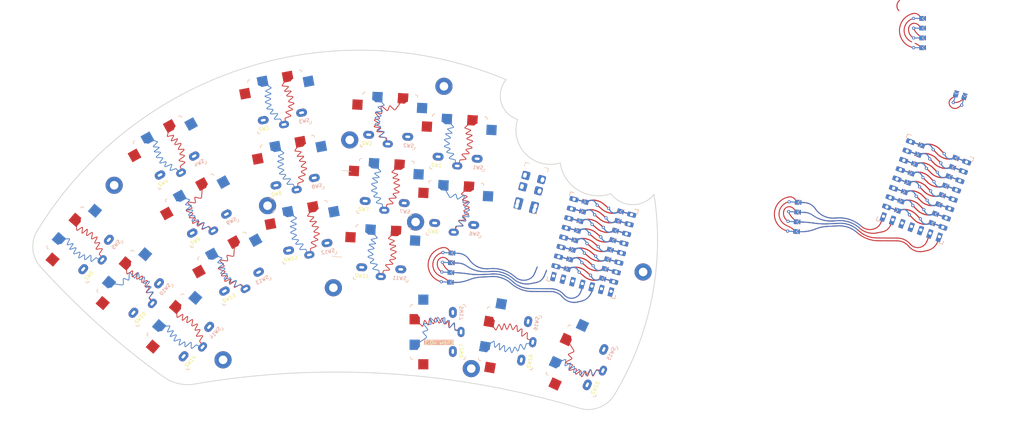
<source format=kicad_pcb>
(kicad_pcb (version 20240108) (generator "pcbnew") (generator_version "8.0")
  (layers (0 "F.Cu" signal) (31 "B.Cu" signal) (34 "B.Paste" user) (35 "F.Paste" user) (36 "B.SilkS" user "B.Silkscreen") (37 "F.SilkS" user "F.Silkscreen") (38 "B.Mask" user) (39 "F.Mask" user) (44 "Edge.Cuts" user))
  (net 0 "")
  (net 1 "gnd")
  (net 2 "vcc")
  (net 3 "Switch18")
  (net 4 "Switch1")
  (net 5 "Switch2")
  (net 6 "Switch3")
  (net 7 "Switch4")
  (net 8 "Switch5")
  (net 9 "Switch6")
  (net 10 "Switch7")
  (net 11 "Switch8")
  (net 12 "Switch9")
  (net 13 "Switch10")
  (net 14 "Switch11")
  (net 15 "Switch12")
  (net 16 "Switch13")
  (net 17 "Switch14")
  (net 18 "Switch15")
  (net 19 "Switch16")
  (net 20 "Switch17")
  (footprint "Kailh:TRRS-PJ-DPB2" (layer "F.Cu") (at 158.465857 81.856148 -15)
    (property "Reference" "J2" (hide yes))
    (property "Value" "AudioJack4dpb" (hide yes))
  )
  (footprint "* duckyb-collection:SW_PG1350_rev_DPB" (layer "F.Cu") (at 99.100143 98.965783 11)
    (property "Reference" "SW12" (hide yes))
    (property "Value" "SW_Push" (hide yes))
  )
  (footprint "BumWings_Library:RP2040-Zero" (layer "F.Cu") (at 160.943305 111.333056 -15)
    (property "Reference" "RZ1" (hide yes))
    (property "Value" "RP2040-Zero")
  )
  (footprint "clipboard:420c2a85-5b5b-48ff-b81a-8100f601aced" (layer "F.Cu") (at 136.136662 108.758541 -3)
    (property "Reference" "")
    (property "Value" "")
  )
  (footprint "clipboard:420c2a85-5b5b-48ff-b81a-8100f601aced" (layer "F.Cu") (at 267.221932 64.361015 72.5)
    (property "Reference" "" (hide yes))
    (property "Value" "" (hide yes))
  )
  (footprint "* duckyb-collection:SW_PG1350_rev_DPB" (layer "F.Cu") (at 137.472178 93.066994 -3)
    (property "Reference" "SW6" (hide yes))
    (property "Value" "SW_Push" (hide yes))
  )
  (footprint "* duckyb-collection:SW_PG1350_rev_DPB" (layer "F.Cu") (at 151.569968 126.121897 80)
    (property "Reference" "SW16" (hide yes))
    (property "Value" "SW_Push" (hide yes))
  )
  (footprint "" (layer "F.Cu") (at 141.65 133.9)
    (property "Reference" "")
    (property "Value" "")
  )
  (footprint "clipboard:420c2a85-5b5b-48ff-b81a-8100f601aced" (layer "F.Cu") (at 256.774207 48.701485)
    (property "Reference" "")
    (property "Value" "")
  )
  (footprint "clipboard:420c2a85-5b5b-48ff-b81a-8100f601aced" (layer "F.Cu") (at 136.398342 103.765393 -3)
    (property "Reference" "")
    (property "Value" "")
  )
  (footprint "BumWings_Library:RP2040-Zero" (layer "F.Cu") (at 245.24487 95.904725 -20)
    (property "Reference" "RZ1" (hide yes))
    (property "Value" "RP2040-Zero")
  )
  (footprint "* duckyb-collection:SW_PG1350_rev_DPB" (layer "F.Cu") (at 64.551096 78.563424 29)
    (property "Reference" "SW4" (hide yes))
    (property "Value" "SW_Push" (hide yes))
  )
  (footprint "* duckyb-collection:SW_PG1350_rev_DPB" (layer "F.Cu") (at 68.45181 124.480524 49)
    (property "Reference" "SW14" (hide yes))
    (property "Value" "SW_Push" (hide yes))
  )
  (footprint "" (layer "F.Cu") (at 50.3 86.95)
    (property "Reference" "")
    (property "Value" "")
  )
  (footprint "* duckyb-collection:SW_PG1350_rev_DPB" (layer "F.Cu") (at 72.792861 93.43196 29)
    (property "Reference" "SW9" (hide yes))
    (property "Value" "SW_Push" (hide yes))
  )
  (footprint "* duckyb-collection:SW_PG1350_rev_DPB" (layer "F.Cu") (at 120.595441 70.466826 -3)
    (property "Reference" "SW2" (hide yes))
    (property "Value" "SW_Push" (hide yes))
  )
  (footprint "" (layer "F.Cu") (at 134.65 61.6)
    (property "Reference" "")
    (property "Value" "")
  )
  (footprint "clipboard:420c2a85-5b5b-48ff-b81a-8100f601aced" (layer "F.Cu") (at 256.774207 51.201485)
    (property "Reference" "")
    (property "Value" "")
  )
  (footprint "* duckyb-collection:SW_PG1350_rev_DPB" (layer "F.Cu") (at 81.034624 108.300494 29)
    (property "Reference" "SW13" (hide yes))
    (property "Value" "SW_Push" (hide yes))
  )
  (footprint "clipboard:420c2a85-5b5b-48ff-b81a-8100f601aced" (layer "F.Cu") (at 224.571575 98.272064 -3)
    (property "Reference" "")
    (property "Value" "")
  )
  (footprint "clipboard:420c2a85-5b5b-48ff-b81a-8100f601aced" (layer "F.Cu") (at 136.005822 111.255115 -3)
    (property "Reference" "")
    (property "Value" "")
  )
  (footprint "clipboard:420c2a85-5b5b-48ff-b81a-8100f601aced" (layer "F.Cu") (at 224.702415 95.77549 -3)
    (property "Reference" "")
    (property "Value" "")
  )
  (footprint "clipboard:420c2a85-5b5b-48ff-b81a-8100f601aced" (layer "F.Cu") (at 256.774207 43.701485)
    (property "Reference" "")
    (property "Value" "")
  )
  (footprint "clipboard:420c2a85-5b5b-48ff-b81a-8100f601aced" (layer "F.Cu") (at 265.071259 63.699685 72.5)
    (property "Reference" "")
    (property "Value" "")
  )
  (footprint "clipboard:420c2a85-5b5b-48ff-b81a-8100f601aced" (layer "F.Cu") (at 224.833255 93.278916 -3)
    (property "Reference" "")
    (property "Value" "")
  )
  (footprint "" (layer "F.Cu") (at 185.6 109.15)
    (property "Reference" "")
    (property "Value" "")
  )
  (footprint "* duckyb-collection:SW_PG1350_rev_DPB" (layer "F.Cu") (at 169.979999 131.92572 65)
    (property "Reference" "SW15" (hide yes))
    (property "Value" "SW_Push" (hide yes))
  )
  (footprint "clipboard:420c2a85-5b5b-48ff-b81a-8100f601aced" (layer "F.Cu") (at 136.267502 106.261967 -3)
    (property "Reference" "")
    (property "Value" "")
  )
  (footprint "* duckyb-collection:SW_PG1350_rev_DPB" (layer "F.Cu") (at 42.791684 102.174519 49)
    (property "Reference" "SW5" (hide yes))
    (property "Value" "SW_Push" (hide yes))
  )
  (footprint "clipboard:420c2a85-5b5b-48ff-b81a-8100f601aced" (layer "F.Cu") (at 256.774207 46.201485)
    (property "Reference" "")
    (property "Value" "")
  )
  (footprint "" (layer "F.Cu") (at 78.15 131.65)
    (property "Reference" "")
    (property "Value" "")
  )
  (footprint "* duckyb-collection:SW_PG1350_rev_DPB" (layer "F.Cu") (at 119.705729 87.443528 -3)
    (property "Reference" "SW7" (hide yes))
    (property "Value" "SW_Push" (hide yes))
  )
  (footprint "* duckyb-collection:SW_PG1350_rev_DPB" (layer "F.Cu") (at 95.85639 82.27812 11)
    (property "Reference" "SW8" (hide yes))
    (property "Value" "SW_Push" (hide yes))
  )
  (footprint "* duckyb-collection:SW_PG1350_rev_DPB" (layer "F.Cu") (at 138.361889 76.090292 -3)
    (property "Reference" "SW1" (hide yes))
    (property "Value" "SW_Push" (hide yes))
  )
  (footprint "clipboard:420c2a85-5b5b-48ff-b81a-8100f601aced" (layer "F.Cu") (at 224.964095 90.782342 -3)
    (property "Reference" "")
    (property "Value" "")
  )
  (footprint "* duckyb-collection:SW_PG1350_rev_DPB" (layer "F.Cu") (at 92.612637 65.590458 11)
    (property "Reference" "SW3" (hide yes))
    (property "Value" "SW_Push" (hide yes))
  )
  (footprint "* duckyb-collection:SW_PG1350_rev_DPB" (layer "F.Cu") (at 55.621747 113.327521 49)
    (property "Reference" "SW10" (hide yes))
    (property "Value" "SW_Push" (hide yes))
  )
  (footprint "* duckyb-collection:SW_PG1350_rev_DPB" (layer "F.Cu") (at 133.12631 124.510908 90)
    (property "Reference" "SW17" (hide yes))
    (property "Value" "SW_Push" (hide yes))
  )
  (footprint "* duckyb-collection:SW_PG1350_rev_DPB" (layer "F.Cu") (at 118.816018 104.42023 -3)
    (property "Reference" "SW11" (hide yes))
    (property "Value" "SW_Push" (hide yes))
  )
  (footprint "kbd:Tenting_Puck2" (layer "F.Cu") (at 108.465045 94.259561 -6.3)
    (property "Reference" "REF**" (hide yes))
    (property "Value" "Tenting Puck" (hide yes))
  )
  (gr_arc (start 251.050001 42.25) (mid 250.534939 40.902243) (end 251.195685 39.619608) (stroke (width 0.25)) (layer "F.Cu"))
  (gr_arc (start 255.186207 50.609484) (mid 255.905528 50.964092) (end 256.536207 51.459484) (stroke (width 0.25)) (layer "F.Cu"))
  (gr_arc (start 254.486207 43.009484) (mid 255.774999 43.103607) (end 256.586207 44.109484) (stroke (width 0.25)) (layer "F.Cu"))
  (gr_arc (start 254.786207 49.209484) (mid 253.761184 48.159496) (end 253.536207 46.709484) (stroke (width 0.25)) (layer "F.Cu"))
  (gr_arc (start 254.286207 50.209484) (mid 252.386853 47.030371) (end 254.786207 44.209484) (stroke (width 0.25)) (layer "F.Cu"))
  (gr_arc (start 254.786207 51.709484) (mid 251.186487 47.47844) (end 254.486207 43.009484) (stroke (width 0.25)) (layer "F.Cu"))
  (gr_arc (start 254.786207 45.459484) (mid 255.887748 45.767327) (end 256.536207 46.709484) (stroke (width 0.25)) (layer "F.Cu"))
  (gr_arc (start 256.786207 48.959484) (mid 255.59999 48.000011) (end 254.786207 46.709484) (stroke (width 0.25)) (layer "F.Cu"))
  (gr_arc (start 253.536207 46.709484) (mid 253.950155 45.873432) (end 254.786207 45.459484) (stroke (width 0.25)) (layer "F.Cu"))
  (gr_arc (start 56.061848 113.796003) (mid 56.070033 113.68344) (end 56.120761 113.582627) (stroke (width 0.05)) (layer "F.SilkS"))
  (gr_arc (start 31.30133 107.655475) (mid 29.5 103.3) (end 30.55133 98.705475) (stroke (width 0.2)) (layer "Edge.Cuts"))
  (gr_arc (start 164.4 81.2) (mid 155.585268 78.954106) (end 153.5 70.1) (stroke (width 0.2)) (layer "Edge.Cuts"))
  (gr_arc (start 188.4 89.3) (mid 187.865898 115.699809) (end 178.4 140.35) (stroke (width 0.2)) (layer "Edge.Cuts"))
  (gr_arc (start 178.4 140.35) (mid 174.265819 143.881192) (end 168.828863 143.896452) (stroke (width 0.2)) (layer "Edge.Cuts"))
  (gr_arc (start 177.35 89.1) (mid 169.012354 88.203324) (end 164.4 81.2) (stroke (width 0.2)) (layer "Edge.Cuts"))
  (gr_arc (start 63.05 136.1) (mid 46.414613 122.727194) (end 31.30133 107.655475) (stroke (width 0.2)) (layer "Edge.Cuts"))
  (gr_arc (start 70.85 137.85) (mid 120.190135 135.190298) (end 168.828863 143.896452) (stroke (width 0.2)) (layer "Edge.Cuts"))
  (gr_arc (start 30.55133 98.705475) (mid 83.348043 57.029976) (end 150.55 59.9) (stroke (width 0.2)) (layer "Edge.Cuts"))
  (gr_arc (start 70.85 137.85) (mid 66.777871 137.742204) (end 63.05 136.1) (stroke (width 0.2)) (layer "Edge.Cuts"))
  (gr_arc (start 188.4 89.3) (mid 182.825911 91.912164) (end 177.35 89.1) (stroke (width 0.2)) (layer "Edge.Cuts"))
  (gr_arc (start 153.5 70.1) (mid 149.318606 65.782731) (end 150.55 59.9) (stroke (width 0.2)) (layer "Edge.Cuts"))
  (gr_text "chew v0.1" (at 133.33 127.82 0) (layer "B.SilkS" knockout) (effects (font (size 1 1)) (justify bottom mirror)))
  (gr_text "chew v0.1" (at 133.33 127.82 0) (layer "F.SilkS" knockout) (effects (font (size 1 1)) (justify bottom)))
  (segment (start 172.402417 114.317003) (end 172.843185 113.078757) (width 0.25) (layer "F.Cu") (net 0))
  (segment (start 265.479368 64.094686) (end 264.531605 64.673706) (width 0.25) (layer "F.Cu") (net 0))
  (segment (start 168.865154 116.839372) (end 169.825977 116.616096) (width 0.25) (layer "F.Cu") (net 0))
  (segment (start 140.713263 109.612681) (end 140.745598 109.617453) (width 0.25) (layer "F.Cu") (net 0))
  (segment (start 258.185561 101.326553) (end 259.02212 99.226975) (width 0.25) (layer "F.Cu") (net 0))
  (segment (start 225.308509 98.819964) (end 225.630629 98.835568) (width 0.25) (layer "F.Cu") (net 0))
  (segment (start 260.96817 101.333952) (end 261.408938 100.095706) (width 0.25) (layer "F.Cu") (net 0))
  (segment (start 235.37523 95.303604) (end 234.458286 95.352836) (width 0.25) (layer "F.Cu") (net 0))
  (segment (start 266.25403 67.000318) (end 267.108616 66.409763) (width 0.25) (layer "F.Cu") (net 0))
  (segment (start 157.270235 114.143711) (end 162.059004 114.163479) (width 0.25) (layer "F.Cu") (net 0))
  (segment (start 146.809477 108.286655) (end 145.892533 108.335887) (width 0.25) (layer "F.Cu") (net 0))
  (segment (start 235.700614 96.682282) (end 233.16079 96.815957) (width 0.25) (layer "F.Cu") (net 0))
  (segment (start 156.7793 113.416094) (end 162.068189 113.448409) (width 0.25) (layer "F.Cu") (net 0))
  (segment (start 147.134861 109.665333) (end 144.595037 109.799008) (width 0.25) (layer "F.Cu") (net 0))
  (segment (start 137.004436 106.809867) (end 138.338898 106.874423) (width 0.25) (layer "F.Cu") (net 0))
  (segment (start 234.099669 96.094) (end 235.561064 96.008619) (width 0.25) (layer "F.Cu") (net 0))
  (segment (start 225.701029 91.330242) (end 226.850476 91.383656) (width 0.25) (layer "F.Cu") (net 0))
  (segment (start 225.439349 96.32339) (end 226.521419 96.36909) (width 0.25) (layer "F.Cu") (net 0))
  (segment (start 136.873596 109.306441) (end 137.955666 109.352141) (width 0.25) (layer "F.Cu") (net 0))
  (segment (start 152.378655 111.731864) (end 151.942178 111.345214) (width 0.25) (layer "F.Cu") (net 0))
  (segment (start 240.944408 98.748813) (end 240.507931 98.362163) (width 0.25) (layer "F.Cu") (net 0))
  (segment (start 145.533916 109.077051) (end 146.995311 108.99167) (width 0.25) (layer "F.Cu") (net 0))
  (segment (start 140.715828 109.613398) (end 140.748163 109.61817) (width 0.25) (layer "F.Cu") (net 0))
  (segment (start 137.135276 104.313293) (end 138.284723 104.366707) (width 0.25) (layer "F.Cu") (net 0))
  (segment (start 232.77235 97.474244) (end 235.450512 97.334086) (width 0.25) (layer "F.Cu") (net 0))
  (segment (start 246.417769 96.531071) (end 247.088023 94.883319) (width 0.25) (layer "F.Cu") (net 0))
  (segment (start 245.835988 101.16066) (end 250.624757 101.180428) (width 0.25) (layer "F.Cu") (net 0))
  (segment (start 248.877182 97.187431) (end 249.474843 95.75205) (width 0.25) (layer "F.Cu") (net 0))
  (segment (start 160.311429 110.170482) (end 160.90909 108.735101) (width 0.25) (layer "F.Cu") (net 0))
  (segment (start 136.742756 111.803015) (end 137.064876 111.818619) (width 0.25) (layer "F.Cu") (net 0))
  (segment (start 257.430907 103.856321) (end 258.39173 103.633045) (width 0.25) (layer "F.Cu") (net 0))
  (segment (start 157.852016 109.514122) (end 158.52227 107.86637) (width 0.25) (layer "F.Cu") (net 0))
  (segment (start 169.619808 114.309604) (end 170.456367 112.210026) (width 0.25) (layer "F.Cu") (net 0))
  (segment (start 229.281581 96.630347) (end 229.313916 96.635119) (width 0.25) (layer "F.Cu") (net 0))
  (segment (start 156.870245 112.126833) (end 158.25525 111.852904) (width 0.25) (layer "F.Cu") (net 0))
  (segment (start 267.630041 64.756016) (end 267.21055 65.09003) (width 0.25) (layer "F.Cu") (net 0))
  (segment (start 225.570189 93.826816) (end 226.904651 93.891372) (width 0.25) (layer "F.Cu") (net 0))
  (segment (start 229.279016 96.62963) (end 229.311351 96.634402) (width 0.25) (layer "F.Cu") (net 0))
  (segment (start 144.206597 110.457295) (end 146.884759 110.317137) (width 0.25) (layer "F.Cu") (net 0))
  (segment (start 245.345053 100.433043) (end 250.633942 100.465358) (width 0.25) (layer "F.Cu") (net 0))
  (segment (start 245.435998 99.143782) (end 246.821003 98.869853) (width 0.25) (layer "F.Cu") (net 0))
  (via (at 267.108616 66.409763) (size 0.8) (drill 0.4) (layers "F.Cu" "B.Cu") (net 0))
  (via (at 254.786207 51.709484) (size 0.8) (drill 0.4) (layers "F.Cu" "B.Cu") (net 0))
  (via (at 254.786207 49.209484) (size 0.8) (drill 0.4) (layers "F.Cu" "B.Cu") (net 0))
  (via (at 264.957943 65.748433) (size 0.8) (drill 0.4) (layers "F.Cu" "B.Cu") (net 0))
  (via (at 254.786207 46.709484) (size 0.8) (drill 0.4) (layers "F.Cu" "B.Cu") (net 0))
  (via (at 254.786207 44.209484) (size 0.8) (drill 0.4) (layers "F.Cu" "B.Cu") (net 0))
  (arc (start 152.853419 110.417341) (mid 150.043286 108.751094) (end 146.809477 108.286655) (width 0.25) (layer "F.Cu") (net 0))
  (arc (start 141.104139 105.951403) (mid 143.183947 107.775) (end 145.892533 108.335887) (width 0.25) (layer "F.Cu") (net 0))
  (arc (start 253.500093 102.535471) (mid 252.212606 101.539276) (end 250.624757 101.180428) (width 0.25) (layer "F.Cu") (net 0))
  (arc (start 146.884759 110.317137) (mid 149.498921 110.693171) (end 151.773415 112.035529) (width 0.25) (layer "F.Cu") (net 0))
  (arc (start 241.419172 97.43429) (mid 238.609039 95.768043) (end 235.37523 95.303604) (width 0.25) (layer "F.Cu") (net 0))
  (arc (start 229.669892 92.968352) (mid 231.7497 94.791949) (end 234.458286 95.352836) (width 0.25) (layer "F.Cu") (net 0))
  (arc (start 140.450079 107.608351) (mid 142.866094 108.77851) (end 145.533916 109.077051) (width 0.25) (layer "F.Cu") (net 0))
  (arc (start 245.345053 100.433043) (mid 242.991746 99.990655) (end 240.944408 98.748813) (width 0.25) (layer "F.Cu") (net 0))
  (arc (start 168.865154 116.839372) (mid 166.712523 116.736137) (end 164.93434 115.518522) (width 0.25) (layer "F.Cu") (net 0))
  (arc (start 229.015832 94.6253) (mid 231.431847 95.795459) (end 234.099669 96.094) (width 0.25) (layer "F.Cu") (net 0))
  (arc (start 245.019054 97.987331) (mid 245.85803 97.393316) (end 246.417769 96.531071) (width 0.25) (layer "F.Cu") (net 0))
  (arc (start 264.005183 66.371997) (mid 264.982254 67.213548) (end 266.25403 67.000318) (width 0.25) (layer "F.Cu") (net 0))
  (arc (start 264.005183 66.371997) (mid 263.947903 65.423504) (end 264.531605 64.673706) (width 0.25) (layer "F.Cu") (net 0))
  (arc (start 169.825977 116.616096) (mid 171.407875 115.795655) (end 172.402417 114.317003) (width 0.25) (layer "F.Cu") (net 0))
  (arc (start 253.949296 102.015625) (mid 252.461411 100.87738) (end 250.633942 100.465358) (width 0.25) (layer "F.Cu") (net 0))
  (arc (start 141.131116 111.135019) (mid 142.640903 110.669305) (end 144.206597 110.457295) (width 0.25) (layer "F.Cu") (net 0))
  (arc (start 264.957943 65.748433) (mid 266.148949 65.64056) (end 267.21055 65.09003) (width 0.25) (layer "F.Cu") (net 0))
  (arc (start 146.995311 108.99167) (mid 149.88588 109.3986) (end 152.395139 110.89011) (width 0.25) (layer "F.Cu") (net 0))
  (arc (start 226.904651 93.891372) (mid 228.013185 94.106247) (end 229.015832 94.6253) (width 0.25) (layer "F.Cu") (net 0))
  (arc (start 165.383543 114.998676) (mid 163.895658 113.860431) (end 162.068189 113.448409) (width 0.25) (layer "F.Cu") (net 0))
  (arc (start 156.453301 110.970382) (mid 157.292277 110.376367) (end 157.852016 109.514122) (width 0.25) (layer "F.Cu") (net 0))
  (arc (start 240.507931 98.362163) (mid 238.269628 97.049023) (end 235.700614 96.682282) (width 0.25) (layer "F.Cu") (net 0))
  (arc (start 253.949296 102.015625) (mid 255.464463 102.870762) (end 257.170988 102.53209) (width 0.25) (layer "F.Cu") (net 0))
  (arc (start 235.450512 97.334086) (mid 238.064674 97.71012) (end 240.339168 99.052478) (width 0.25) (layer "F.Cu") (net 0))
  (arc (start 235.561064 96.008619) (mid 238.451633 96.415549) (end 240.960892 97.907059) (width 0.25) (layer "F.Cu") (net 0))
  (arc (start 157.270235 114.143711) (mid 154.328893 113.592735) (end 151.773415 112.035529) (width 0.25) (layer "F.Cu") (net 0))
  (arc (start 245.019054 97.987331) (mid 243.136739 98.247018) (end 241.419172 97.43429) (width 0.25) (layer "F.Cu") (net 0))
  (arc (start 226.850476 91.383656) (mid 228.448058 91.841747) (end 229.669892 92.968352) (width 0.25) (layer "F.Cu") (net 0))
  (arc (start 229.313916 96.635119) (mid 231.232848 96.821364) (end 233.16079 96.815957) (width 0.25) (layer "F.Cu") (net 0))
  (arc (start 245.835988 101.16066) (mid 242.894646 100.609684) (end 240.339168 99.052478) (width 0.25) (layer "F.Cu") (net 0))
  (arc (start 258.185561 101.326553) (mid 257.775686 102.011294) (end 257.170988 102.53209) (width 0.25) (layer "F.Cu") (net 0))
  (arc (start 258.39173 103.633045) (mid 259.973628 102.812604) (end 260.96817 101.333952) (width 0.25) (layer "F.Cu") (net 0))
  (arc (start 151.942178 111.345214) (mid 149.703875 110.032074) (end 147.134861 109.665333) (width 0.25) (layer "F.Cu") (net 0))
  (arc (start 138.284723 104.366707) (mid 139.882305 104.824798) (end 141.104139 105.951403) (width 0.25) (layer "F.Cu") (net 0))
  (arc (start 158.25525 111.852904) (mid 159.493882 111.269009) (end 160.311429 110.170482) (width 0.25) (layer "F.Cu") (net 0))
  (arc (start 246.821003 98.869853) (mid 248.059635 98.285958) (end 248.877182 97.187431) (width 0.25) (layer "F.Cu") (net 0))
  (arc (start 141.131116 111.135019) (mid 139.134824 111.696193) (end 137.064876 111.818619) (width 0.25) (layer "F.Cu") (net 0))
  (arc (start 245.435998 99.143782) (mid 243.052074 99.055104) (end 240.960892 97.907059) (width 0.25) (layer "F.Cu") (net 0))
  (arc (start 164.93434 115.518522) (mid 163.646853 114.522327) (end 162.059004 114.163479) (width 0.25) (layer "F.Cu") (net 0))
  (arc (start 226.521419 96.36909) (mid 227.904908 96.463716) (end 229.281581 96.630347) (width 0.25) (layer "F.Cu") (net 0))
  (arc (start 156.453301 110.970382) (mid 154.570986 111.230069) (end 152.853419 110.417341) (width 0.25) (layer "F.Cu") (net 0))
  (arc (start 169.619808 114.309604) (mid 169.209933 114.994345) (end 168.605235 115.515141) (width 0.25) (layer "F.Cu") (net 0))
  (arc (start 138.338898 106.874423) (mid 139.447432 107.089298) (end 140.450079 107.608351) (width 0.25) (layer "F.Cu") (net 0))
  (arc (start 137.955666 109.352141) (mid 139.339155 109.446767) (end 140.715828 109.613398) (width 0.25) (layer "F.Cu") (net 0))
  (arc (start 257.430907 103.856321) (mid 255.278276 103.753086) (end 253.500093 102.535471) (width 0.25) (layer "F.Cu") (net 0))
  (arc (start 156.870245 112.126833) (mid 154.486321 112.038155) (end 152.395139 110.89011) (width 0.25) (layer "F.Cu") (net 0))
  (arc (start 140.748163 109.61817) (mid 142.667095 109.804415) (end 144.595037 109.799008) (width 0.25) (layer "F.Cu") (net 0))
  (arc (start 156.7793 113.416094) (mid 154.425993 112.973706) (end 152.378655 111.731864) (width 0.25) (layer "F.Cu") (net 0))
  (arc (start 229.696869 98.151968) (mid 231.206656 97.686254) (end 232.77235 97.474244) (width 0.25) (layer "F.Cu") (net 0))
  (arc (start 229.696869 98.151968) (mid 227.700577 98.713142) (end 225.630629 98.835568) (width 0.25) (layer "F.Cu") (net 0))
  (arc (start 165.383543 114.998676) (mid 166.89871 115.853813) (end 168.605235 115.515141) (width 0.25) (layer "F.Cu") (net 0))
  (segment (start 157.26767 114.142994) (end 162.056439 114.162762) (width 0.25) (layer "B.Cu") (net 0))
  (segment (start 256.520209 44.209485) (end 254.786207 44.209484) (width 0.25) (layer "B.Cu") (net 0))
  (segment (start 147.132296 109.664616) (end 144.592472 109.798291) (width 0.25) (layer "B.Cu") (net 0))
  (segment (start 256.520209 51.709485) (end 254.786207 51.709484) (width 0.25) (layer "B.Cu") (net 0))
  (segment (start 137.132711 104.312576) (end 138.282158 104.36599) (width 0.25) (layer "B.Cu") (net 0))
  (segment (start 152.37609 111.731147) (end 151.939613 111.344497) (width 0.25) (layer "B.Cu") (net 0))
  (segment (start 146.806912 108.285938) (end 145.889968 108.33517) (width 0.25) (layer "B.Cu") (net 0))
  (segment (start 225.567624 93.826099) (end 226.902086 93.890655) (width 0.25) (layer "B.Cu") (net 0))
  (segment (start 225.698464 91.329525) (end 226.847911 91.382939) (width 0.25) (layer "B.Cu") (net 0))
  (segment (start 225.436784 96.322673) (end 226.518854 96.368373) (width 0.25) (layer "B.Cu") (net 0))
  (segment (start 136.871031 109.305724) (end 137.953101 109.351424) (width 0.25) (layer "B.Cu") (net 0))
  (segment (start 265.479368 64.094686) (end 264.957943 65.748433) (width 0.25) (layer "B.Cu") (net 0))
  (segment (start 157.849451 109.513405) (end 158.519705 107.865653) (width 0.25) (layer "B.Cu") (net 0))
  (segment (start 234.097104 96.093283) (end 235.558499 96.007902) (width 0.25) (layer "B.Cu") (net 0))
  (segment (start 145.531351 109.076334) (end 146.992746 108.990953) (width 0.25) (layer "B.Cu") (net 0))
  (segment (start 136.740191 111.802298) (end 137.062311 111.817902) (width 0.25) (layer "B.Cu") (net 0))
  (segment (start 172.399852 114.316286) (end 172.84062 113.07804) (width 0.25) (layer "B.Cu") (net 0))
  (segment (start 235.698049 96.681565) (end 233.158225 96.81524) (width 0.25) (layer "B.Cu") (net 0))
  (segment (start 156.776735 113.415377) (end 162.065624 113.447692) (width 0.25) (layer "B.Cu") (net 0))
  (segment (start 156.86768 112.126116) (end 158.252685 111.852187) (width 0.25) (layer "B.Cu") (net 0))
  (segment (start 137.001871 106.80915) (end 138.336333 106.873706) (width 0.25) (layer "B.Cu") (net 0))
  (segment (start 168.862589 116.838655) (end 169.823412 116.615379) (width 0.25) (layer "B.Cu") (net 0))
  (segment (start 235.372665 95.302887) (end 234.455721 95.352119) (width 0.25) (layer "B.Cu") (net 0))
  (segment (start 169.617243 114.308887) (end 170.453802 112.209309) (width 0.25) (layer "B.Cu") (net 0))
  (segment (start 256.520209 46.709485) (end 254.786207 46.709484) (width 0.25) (layer "B.Cu") (net 0))
  (segment (start 232.769785 97.473527) (end 235.447947 97.333369) (width 0.25) (layer "B.Cu") (net 0))
  (segment (start 256.520209 49.209485) (end 254.786207 49.209484) (width 0.25) (layer "B.Cu") (net 0))
  (segment (start 160.308864 110.169765) (end 160.906525 108.734384) (width 0.25) (layer "B.Cu") (net 0))
  (segment (start 225.305944 98.819247) (end 225.628064 98.834851) (width 0.25) (layer "B.Cu") (net 0))
  (segment (start 144.204032 110.456578) (end 146.882194 110.31642) (width 0.25) (layer "B.Cu") (net 0))
  (segment (start 267.630041 64.756016) (end 267.108616 66.409763) (width 0.25) (layer "B.Cu") (net 0))
  (arc (start 169.617243 114.308887) (mid 169.207368 114.993628) (end 168.60267 115.514424) (width 0.25) (layer "B.Cu") (net 0))
  (arc (start 141.128551 111.134302) (mid 142.638338 110.668588) (end 144.204032 110.456578) (width 0.25) (layer "B.Cu") (net 0))
  (arc (start 226.847911 91.382939) (mid 228.445493 91.84103) (end 229.667327 92.967635) (width 0.25) (layer "B.Cu") (net 0))
  (arc (start 141.128551 111.134302) (mid 139.132259 111.695476) (end 137.062311 111.817902) (width 0.25) (layer "B.Cu") (net 0))
  (arc (start 229.311351 96.634402) (mid 231.230283 96.820647) (end 233.158225 96.81524) (width 0.25) (layer "B.Cu") (net 0))
  (arc (start 140.745598 109.617453) (mid 142.66453 109.803698) (end 144.592472 109.798291) (width 0.25) (layer "B.Cu") (net 0))
  (arc (start 157.26767 114.142994) (mid 154.326328 113.592018) (end 151.77085 112.034812) (width 0.25) (layer "B.Cu") (net 0))
  (arc (start 146.882194 110.31642) (mid 149.496356 110.692454) (end 151.77085 112.034812) (width 0.25) (layer "B.Cu") (net 0))
  (arc (start 165.380978 114.997959) (mid 166.896145 115.853096) (end 168.60267 115.514424) (width 0.25) (layer "B.Cu") (net 0))
  (arc (start 165.380978 114.997959) (mid 163.893093 113.859714) (end 162.065624 113.447692) (width 0.25) (layer "B.Cu") (net 0))
  (arc (start 226.902086 93.890655) (mid 228.01062 94.10553) (end 229.013267 94.624583) (width 0.25) (layer "B.Cu") (net 0))
  (arc (start 137.953101 109.351424) (mid 139.33659 109.44605) (end 140.713263 109.612681) (width 0.25) (layer "B.Cu") (net 0))
  (arc (start 151.939613 111.344497) (mid 149.70131 110.031357) (end 147.132296 109.664616) (width 0.25) (layer "B.Cu") (net 0))
  (arc (start 235.447947 97.333369) (mid 238.062109 97.709403) (end 240.336603 99.051761) (width 0.25) (layer "B.Cu") (net 0))
  (arc (start 229.694304 98.151251) (mid 231.204091 97.685537) (end 232.769785 97.473527) (width 0.25) (layer "B.Cu") (net 0))
  (arc (start 141.101574 105.950686) (mid 143.181382 107.774283) (end 145.889968 108.33517) (width 0.25) (layer "B.Cu") (net 0))
  (arc (start 229.667327 92.967635) (mid 231.747135 94.791232) (end 234.455721 95.352119) (width 0.25) (layer "B.Cu") (net 0))
  (arc (start 156.450736 110.969665) (mid 154.568421 111.229352) (end 152.850854 110.416624) (width 0.25) (layer "B.Cu") (net 0))
  (arc (start 164.931775 115.517805) (mid 163.644288 114.52161) (end 162.056439 114.162762) (width 0.25) (layer "B.Cu") (net 0))
  (arc (start 226.518854 96.368373) (mid 227.902343 96.462999) (end 229.279016 96.62963) (width 0.25) (layer "B.Cu") (net 0))
  (arc (start 138.282158 104.36599) (mid 139.87974 104.824081) (end 141.101574 105.950686) (width 0.25) (layer "B.Cu") (net 0))
  (arc (start 235.558499 96.007902) (mid 238.449068 96.414832) (end 240.958327 97.906342) (width 0.25) (layer "B.Cu") (net 0))
  (arc (start 168.862589 116.838655) (mid 166.709958 116.73542) (end 164.931775 115.517805) (width 0.25) (layer "B.Cu") (net 0))
  (arc (start 229.013267 94.624583) (mid 231.429282 95.794742) (end 234.097104 96.093283) (width 0.25) (layer "B.Cu") (net 0))
  (arc (start 156.86768 112.126116) (mid 154.483756 112.037438) (end 152.392574 110.889393) (width 0.25) (layer "B.Cu") (net 0))
  (arc (start 169.823412 116.615379) (mid 171.40531 115.794938) (end 172.399852 114.316286) (width 0.25) (layer "B.Cu") (net 0))
  (arc (start 158.252685 111.852187) (mid 159.491317 111.268292) (end 160.308864 110.169765) (width 0.25) (layer "B.Cu") (net 0))
  (arc (start 138.336333 106.873706) (mid 139.444867 107.088581) (end 140.447514 107.607634) (width 0.25) (layer "B.Cu") (net 0))
  (arc (start 156.776735 113.415377) (mid 154.423428 112.972989) (end 152.37609 111.731147) (width 0.25) (layer "B.Cu") (net 0))
  (arc (start 229.694304 98.151251) (mid 227.698012 98.712425) (end 225.628064 98.834851) (width 0.25) (layer "B.Cu") (net 0))
  (arc (start 146.992746 108.990953) (mid 149.883315 109.397883) (end 152.392574 110.889393) (width 0.25) (layer "B.Cu") (net 0))
  (arc (start 241.416607 97.433573) (mid 238.606474 95.767326) (end 235.372665 95.302887) (width 0.25) (layer "B.Cu") (net 0))
  (arc (start 156.450736 110.969665) (mid 157.289712 110.37565) (end 157.849451 109.513405) (width 0.25) (layer "B.Cu") (net 0))
  (arc (start 140.447514 107.607634) (mid 142.863529 108.777793) (end 145.531351 109.076334) (width 0.25) (layer "B.Cu") (net 0))
  (arc (start 240.505366 98.361446) (mid 238.267063 97.048306) (end 235.698049 96.681565) (width 0.25) (layer "B.Cu") (net 0))
  (arc (start 152.850854 110.416624) (mid 150.040721 108.750377) (end 146.806912 108.285938) (width 0.25) (layer "B.Cu") (net 0))
  (segment (start 138.577195 81.229265) (end 138.053107 81.982206) (width 0.25) (layer "B.Cu") (net 4))
  (segment (start 222.138902 97.15121) (end 223.016735 97.597765) (width 0.25) (layer "F.Cu") (net 20))
  (segment (start 133.573149 110.134261) (end 134.450982 110.580816) (width 0.25) (layer "F.Cu") (net 20))
  (via (at 134.38648 104.168652) (size 0.8) (drill 0.4) (layers "F.Cu" "B.Cu") (net 20))
  (via (at 133.99396 111.658374) (size 0.8) (drill 0.4) (layers "F.Cu" "B.Cu") (net 20))
  (via (at 222.559713 98.675323) (size 0.8) (drill 0.4) (layers "F.Cu" "B.Cu") (net 20))
  (via (at 134.1248 109.1618) (size 0.8) (drill 0.4) (layers "F.Cu" "B.Cu") (net 20))
  (via (at 222.690553 96.178749) (size 0.8) (drill 0.4) (layers "F.Cu" "B.Cu") (net 20))
  (via (at 134.25564 106.665226) (size 0.8) (drill 0.4) (layers "F.Cu" "B.Cu") (net 20))
  (via (at 222.821393 93.682175) (size 0.8) (drill 0.4) (layers "F.Cu" "B.Cu") (net 20))
  (via (at 222.952233 91.185601) (size 0.8) (drill 0.4) (layers "F.Cu" "B.Cu") (net 20))
  (arc (start 222.690553 96.178749) (mid 221.721911 95.076543) (end 221.573106 93.616755) (width 0.25) (layer "F.Cu") (net 20))
  (arc (start 134.32106 105.416939) (mid 135.404965 105.782029) (end 136.003242 106.756814) (width 0.25) (layer "F.Cu") (net 20))
  (arc (start 133.573149 110.134261) (mid 131.842826 106.860107) (end 134.38648 104.168652) (width 0.25) (layer "F.Cu") (net 20))
  (arc (start 222.559713 98.675323) (mid 219.186365 94.261682) (end 222.715447 89.971545) (width 0.25) (layer "F.Cu") (net 20))
  (arc (start 221.573106 93.616755) (mid 222.03025 92.803522) (end 222.886813 92.433888) (width 0.25) (layer "F.Cu") (net 20))
  (arc (start 134.1248 109.1618) (mid 133.156158 108.059594) (end 133.007353 106.599806) (width 0.25) (layer "F.Cu") (net 20))
  (arc (start 133.99396 111.658374) (mid 130.620612 107.244733) (end 134.149694 102.954596) (width 0.25) (layer "F.Cu") (net 20))
  (arc (start 222.886813 92.433888) (mid 223.970718 92.798978) (end 224.568995 93.773763) (width 0.25) (layer "F.Cu") (net 20))
  (arc (start 134.450982 110.580816) (mid 135.150758 110.972584) (end 135.754646 111.500304) (width 0.25) (layer "F.Cu") (net 20))
  (arc (start 133.007353 106.599806) (mid 133.464497 105.786573) (end 134.32106 105.416939) (width 0.25) (layer "F.Cu") (net 20))
  (arc (start 224.700896 96.033763) (mid 223.56653 95.013513) (end 222.821393 93.682175) (width 0.25) (layer "F.Cu") (net 20))
  (arc (start 136.135143 109.016814) (mid 135.000777 107.996564) (end 134.25564 106.665226) (width 0.25) (layer "F.Cu") (net 20))
  (arc (start 222.715447 89.971545) (mid 223.997544 90.132994) (end 224.755 91.179943) (width 0.25) (layer "F.Cu") (net 20))
  (arc (start 222.138902 97.15121) (mid 220.408579 93.877056) (end 222.952233 91.185601) (width 0.25) (layer "F.Cu") (net 20))
  (arc (start 223.016735 97.597765) (mid 223.716511 97.989533) (end 224.320399 98.517253) (width 0.25) (layer "F.Cu") (net 20))
  (arc (start 134.149694 102.954596) (mid 135.431791 103.116045) (end 136.189247 104.162994) (width 0.25) (layer "F.Cu") (net 20))
  (segment (start 224.683858 91.276353) (end 222.952233 91.185601) (width 0.25) (layer "B.Cu") (net 20))
  (segment (start 135.987266 106.755978) (end 134.25564 106.665226) (width 0.25) (layer "B.Cu") (net 20))
  (segment (start 135.856426 109.252551) (end 134.1248 109.1618) (width 0.25) (layer "B.Cu") (net 20))
  (segment (start 224.553019 93.772927) (end 222.821393 93.682175) (width 0.25) (layer "B.Cu") (net 20))
  (segment (start 224.422179 96.2695) (end 222.690553 96.178749) (width 0.25) (layer "B.Cu") (net 20))
  (segment (start 136.118105 104.259404) (end 134.38648 104.168652) (width 0.25) (layer "B.Cu") (net 20))
  (segment (start 135.725586 111.749125) (end 133.99396 111.658374) (width 0.25) (layer "B.Cu") (net 20))
  (segment (start 224.291339 98.766074) (end 222.559713 98.675323) (width 0.25) (layer "B.Cu") (net 20))
)
</source>
